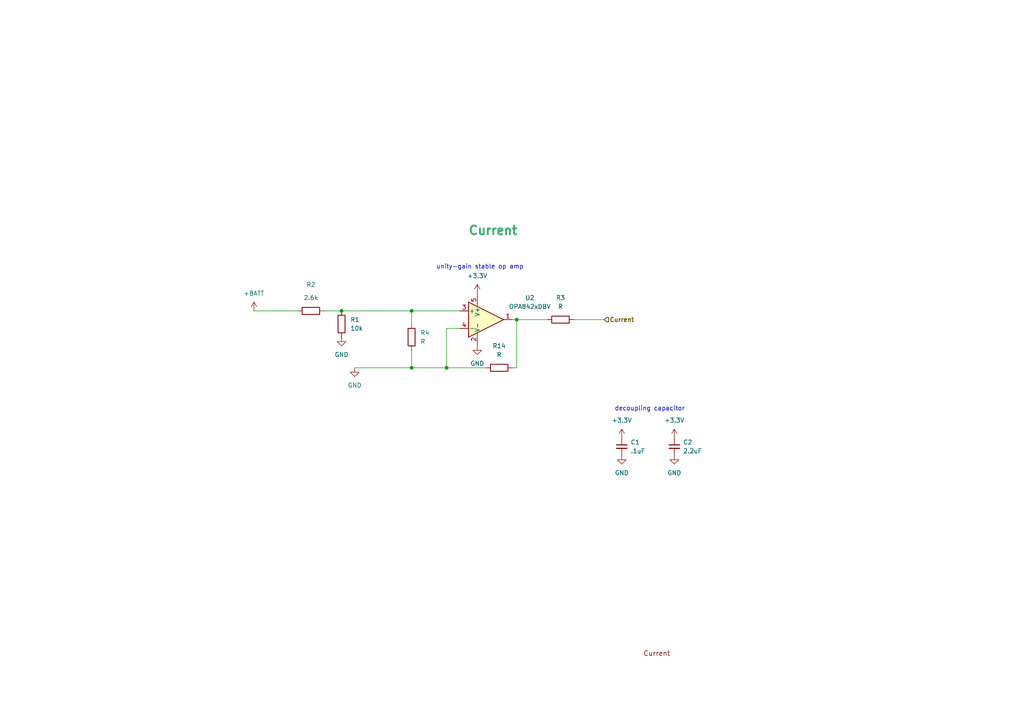
<source format=kicad_sch>
(kicad_sch (version 20231120) (generator "eeschema") (generator_version "8.0")
  (paper "A4")
  (lib_symbols
    (symbol "Amplifier_Operational:OPA842xDBV" (pin_names (offset 0.127))
      (property "Reference" "U" (at -1.27 6.35 0))
      (property "Value" "OPA842xDBV" (at -1.27 3.81 0))
      (symbol "OPA842xDBV_0_1"
        (polyline (pts (xy -5.08 5.08) (xy 5.08 0) (xy -5.08 -5.08) (xy -5.08 5.08)) (stroke (width 0.254)) (fill (type background)))
        (pin power_in line (at -2.54 -7.62 90) (length 3.81) (name "V-") (number "2"))
        (pin power_in line (at -2.54 7.62 270) (length 3.81) (name "V+") (number "5"))
      )
      (symbol "OPA842xDBV_1_1"
        (pin output line (at 7.62 0 180) (length 2.54) (name "~") (number "1"))
        (pin input line (at -7.62 2.54 0) (length 2.54) (name "+") (number "3"))
        (pin input line (at -7.62 -2.54 0) (length 2.54) (name "-") (number "4"))
      )
    )
    (symbol "Device:C_Small" (pin_numbers hide) (pin_names (offset 0.254) hide)
      (property "Reference" "C" (at 0.254 1.778 0))
      (property "Value" "C_Small" (at 0.254 -2.032 0))
      (symbol "C_Small_0_1"
        (polyline (pts (xy -1.524 -0.508) (xy 1.524 -0.508)) (stroke (width 0.3302)))
        (polyline (pts (xy -1.524 0.508) (xy 1.524 0.508)) (stroke (width 0.3048)))
      )
      (symbol "C_Small_1_1"
        (pin passive line (at 0 2.54 270) (length 2.032) (name "~") (number "1"))
        (pin passive line (at 0 -2.54 90) (length 2.032) (name "~") (number "2"))
      )
    )
    (symbol "Device:R" (pin_numbers hide) (pin_names (offset 0))
      (property "Reference" "R" (at 2.032 0 90))
      (property "Value" "R" (at 0 0 90))
      (symbol "R_0_1"
        (rectangle (start -1.016 -2.54) (end 1.016 2.54) (stroke (width 0.254)))
      )
      (symbol "R_1_1"
        (pin passive line (at 0 3.81 270) (length 1.27) (name "~") (number "1"))
        (pin passive line (at 0 -3.81 90) (length 1.27) (name "~") (number "2"))
      )
    )
    (symbol "power:+3.3V" (power) (pin_numbers hide) (pin_names (offset 0) hide)
      (property "Value" "+3.3V" (at 0 3.556 0))
      (symbol "+3.3V_0_1"
        (polyline (pts (xy -0.762 1.27) (xy 0 2.54)))
        (polyline (pts (xy 0 0) (xy 0 2.54)))
        (polyline (pts (xy 0 2.54) (xy 0.762 1.27)))
      )
      (symbol "+3.3V_1_1"
        (pin power_in line (at 0 0 90) (length 0) (name "~") (number "1"))
      )
    )
    (symbol "power:+BATT" (power) (pin_numbers hide) (pin_names (offset 0) hide)
      (property "Value" "+BATT" (at 0 3.556 0))
      (symbol "+BATT_0_1"
        (polyline (pts (xy -0.762 1.27) (xy 0 2.54)))
        (polyline (pts (xy 0 0) (xy 0 2.54)))
        (polyline (pts (xy 0 2.54) (xy 0.762 1.27)))
      )
      (symbol "+BATT_1_1"
        (pin power_in line (at 0 0 90) (length 0) (name "~") (number "1"))
      )
    )
    (symbol "power:GND" (power) (pin_numbers hide) (pin_names (offset 0) hide)
      (property "Value" "GND" (at 0 -3.81 0))
      (symbol "GND_0_1"
        (polyline (pts (xy 0 0) (xy 0 -1.27) (xy 1.27 -1.27) (xy 0 -2.54) (xy -1.27 -1.27) (xy 0 -1.27)))
      )
      (symbol "GND_1_1"
        (pin power_in line (at 0 0 270) (length 0) (name "~") (number "1"))
      )
    )
  )
  (junction (at 119.38 90.17))
  (junction (at 129.54 106.68))
  (junction (at 99.06 90.17))
  (junction (at 149.86 92.71))
  (junction (at 119.38 106.68))
  (wire (pts (xy 129.54 106.68) (xy 140.97 106.68)))
  (wire (pts (xy 99.06 90.17) (xy 119.38 90.17)))
  (wire (pts (xy 148.59 92.71) (xy 149.86 92.71)))
  (wire (pts (xy 119.38 90.17) (xy 133.35 90.17)))
  (wire (pts (xy 129.54 95.25) (xy 133.35 95.25)))
  (wire (pts (xy 148.59 106.68) (xy 149.86 106.68)))
  (wire (pts (xy 93.98 90.17) (xy 99.06 90.17)))
  (wire (pts (xy 166.37 92.71) (xy 175.26 92.71)))
  (wire (pts (xy 129.54 95.25) (xy 129.54 106.68)))
  (wire (pts (xy 119.38 106.68) (xy 129.54 106.68)))
  (wire (pts (xy 149.86 92.71) (xy 158.75 92.71)))
  (wire (pts (xy 73.66 90.17) (xy 86.36 90.17)))
  (wire (pts (xy 119.38 90.17) (xy 119.38 93.98)))
  (wire (pts (xy 102.87 106.68) (xy 119.38 106.68)))
  (wire (pts (xy 149.86 106.68) (xy 149.86 92.71)))
  (wire (pts (xy 119.38 101.6) (xy 119.38 106.68)))
  (text "Current" (at 143.002 67.056 0) (effects (font (size 2.54 2.54) (thickness 0.508) (bold yes))))
  (text "unity-gain stable op amp" (at 139.192 77.47 0) (effects (font (size 1.27 1.27) (thickness 0.1588))))
  (text "decoupling capacitor" (at 188.468 118.618 0) (effects (font (size 1.27 1.27) (thickness 0.1588))))
  (text "Current" (at 190.5 189.738 0) (effects (font (size 1.397 1.397) (thickness 0.1588))))
  (hierarchical_label "Current" (shape input) (at 175.26 92.71 0) (effects (font (thickness 0.254) (bold yes))))
  (symbol (lib_id "power:GND") (at 99.06 97.79 0) (unit 1)
    (property "Reference" "#PWR01" (effects (hide yes)))
    (property "Value" "GND" (at 99.06 102.87 0))
    (property "Description" "Power symbol creates a global label with name \"GND\" , ground" (effects (hide yes)))
  )
  (symbol (lib_id "power:+3.3V") (at 195.58 127 0) (unit 1)
    (property "Reference" "#PWR011" (effects (hide yes)))
    (property "Value" "+3.3V" (at 195.58 121.92 0))
    (property "Description" "Power symbol creates a global label with name \"+3.3V\"" (effects (hide yes)))
  )
  (symbol (lib_id "Amplifier_Operational:OPA842xDBV") (at 140.97 92.71 0) (unit 1)
    (property "Reference" "U2" (at 153.67 86.3914 0))
    (property "Value" "OPA842xDBV" (at 153.67 88.9314 0))
    (property "Footprint" "Package_TO_SOT_SMD:SOT-23-5" (effects (hide yes)))
    (property "Datasheet" "http://www.ti.com/lit/ds/symlink/opa842.pdf" (effects (hide yes)))
    (property "Description" "200MHz, Low Distortion, Unity-Gain Stable, Voltage Feedback Operational Amplifier, SOT23-5" (effects (hide yes)))
  )
  (symbol (lib_id "Device:R") (at 99.06 93.98 0) (unit 1)
    (property "Reference" "R1" (at 101.6 92.7099 0) (effects (justify left)))
    (property "Value" "10k" (at 101.6 95.2499 0) (effects (justify left)))
    (property "Description" "Resistor" (effects (hide yes)))
  )
  (symbol (lib_id "power:GND") (at 180.34 132.08 0) (unit 1)
    (property "Reference" "#PWR010" (effects (hide yes)))
    (property "Value" "GND" (at 180.34 137.16 0))
    (property "Description" "Power symbol creates a global label with name \"GND\" , ground" (effects (hide yes)))
  )
  (symbol (lib_id "Device:C_Small") (at 195.58 129.54 0) (unit 1)
    (property "Reference" "C2" (at 198.12 128.2762 0) (effects (justify left)))
    (property "Value" "2.2uF" (at 198.12 130.8162 0) (effects (justify left)))
    (property "Description" "Unpolarized capacitor, small symbol" (effects (hide yes)))
  )
  (symbol (lib_id "Device:R") (at 162.56 92.71 90) (unit 1)
    (property "Reference" "R3" (at 162.56 86.36 90))
    (property "Value" "R" (at 162.56 88.9 90))
    (property "Description" "Resistor" (effects (hide yes)))
  )
  (symbol (lib_id "power:GND") (at 102.87 106.68 0) (unit 1)
    (property "Reference" "#PWR03" (effects (hide yes)))
    (property "Value" "GND" (at 102.87 111.76 0))
    (property "Description" "Power symbol creates a global label with name \"GND\" , ground" (effects (hide yes)))
  )
  (symbol (lib_id "power:+3.3V") (at 138.43 85.09 0) (unit 1)
    (property "Reference" "#PWR018" (effects (hide yes)))
    (property "Value" "+3.3V" (at 138.43 80.01 0))
    (property "Description" "Power symbol creates a global label with name \"+3.3V\"" (effects (hide yes)))
  )
  (symbol (lib_id "power:+3.3V") (at 180.34 127 0) (unit 1)
    (property "Reference" "#PWR08" (effects (hide yes)))
    (property "Value" "+3.3V" (at 180.34 121.92 0))
    (property "Description" "Power symbol creates a global label with name \"+3.3V\"" (effects (hide yes)))
  )
  (symbol (lib_id "Device:R") (at 119.38 97.79 180) (unit 1)
    (property "Reference" "R4" (at 121.92 96.5199 0) (effects (justify right)))
    (property "Value" "R" (at 121.92 99.0599 0) (effects (justify right)))
    (property "Description" "Resistor" (effects (hide yes)))
  )
  (symbol (lib_id "Device:R") (at 144.78 106.68 90) (unit 1)
    (property "Reference" "R14" (at 144.78 100.33 90))
    (property "Value" "R" (at 144.78 102.87 90))
    (property "Description" "Resistor" (effects (hide yes)))
  )
  (symbol (lib_id "power:+BATT") (at 73.66 90.17 0) (unit 1)
    (property "Reference" "#PWR02" (effects (hide yes)))
    (property "Value" "+BATT" (at 73.66 85.09 0))
    (property "Description" "Power symbol creates a global label with name \"+BATT\"" (effects (hide yes)))
  )
  (symbol (lib_id "Device:C_Small") (at 180.34 129.54 0) (unit 1)
    (property "Reference" "C1" (at 182.88 128.2762 0) (effects (justify left)))
    (property "Value" ".1uF" (at 182.88 130.8162 0) (effects (justify left)))
    (property "Description" "Unpolarized capacitor, small symbol" (effects (hide yes)))
  )
  (symbol (lib_id "power:GND") (at 195.58 132.08 0) (unit 1)
    (property "Reference" "#PWR016" (effects (hide yes)))
    (property "Value" "GND" (at 195.58 137.16 0))
    (property "Description" "Power symbol creates a global label with name \"GND\" , ground" (effects (hide yes)))
  )
  (symbol (lib_id "power:GND") (at 138.43 100.33 0) (unit 1)
    (property "Reference" "#PWR017" (effects (hide yes)))
    (property "Value" "GND" (at 138.43 105.41 0))
    (property "Description" "Power symbol creates a global label with name \"GND\" , ground" (effects (hide yes)))
  )
  (symbol (lib_id "Device:R") (at 90.17 90.17 270) (unit 1)
    (property "Reference" "R2" (at 90.17 82.55 90))
    (property "Value" "2.6k" (at 90.17 86.36 90))
    (property "Description" "Resistor" (effects (hide yes)))
  )
)
</source>
